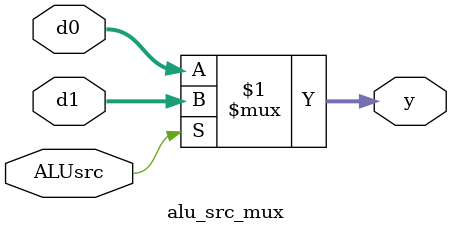
<source format=sv>
module alu_src_mux #(
    parameter WIDTH = 32
)
(
    input logic[WIDTH-1:0] d0, d1,
    input logic             ALUsrc,
    output logic [WIDTH-1:0] y
    );
    assign y = ALUsrc ? d1 : d0;
endmodule

</source>
